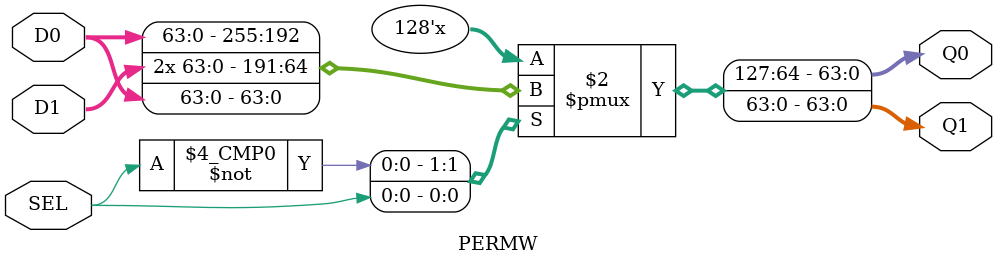
<source format=v>
`timescale 1ns/1ps

module INTERFACE2 (
    input  [0:0]  SEL_EXTN,
    input  [0:0]  SEL_PERMW,
    input  [63:0] D0_EXTN,
    input  [63:0] D1_EXTN,
    input  [63:0] D0_HRMF,
    input  [63:0] D1_HRMF,
    output [63:0] Q0,
    output [63:0] Q1
);
    
wire [63:0] D [0:1];

assign D[0]  = SEL_EXTN ? D0_HRMF  : D0_EXTN;
assign D[1]  = SEL_EXTN ? D1_HRMF  : D1_EXTN;

PERMW I_PERMW_0 (
    .SEL(SEL_PERMW),
    .D0(D[0]),
    .D1(D[1]),
    .Q0(Q0),
    .Q1(Q1)
);

endmodule

module PERMW (
    input  [0:0]  SEL,
    input  [63:0] D0,
    input  [63:0] D1,
    output reg  [63:0] Q0,
    output reg  [63:0] Q1
);

always @(*) begin
    case (SEL)
       1'd0 :  {Q0,Q1} = {D0,D1};
       1'd1 :  {Q0,Q1} = {D1,D0};
    endcase
end

endmodule
</source>
